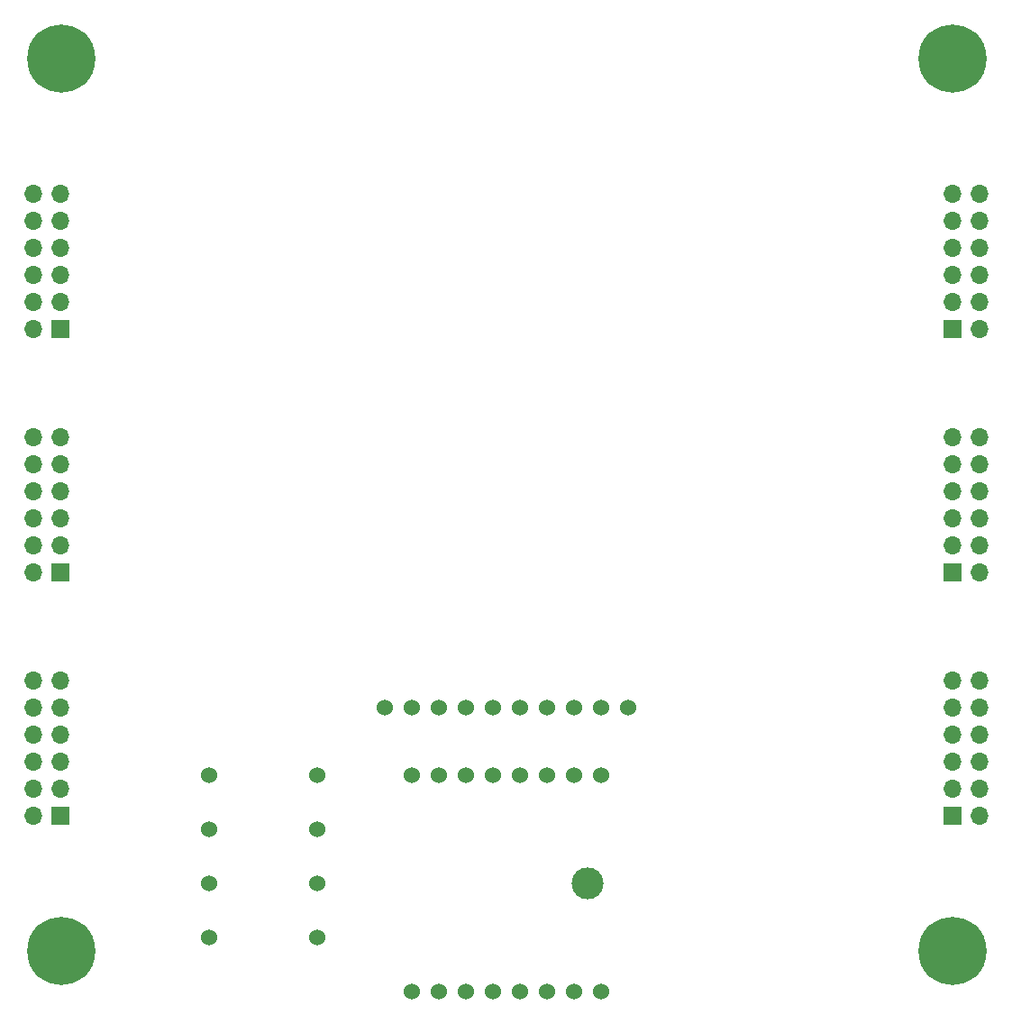
<source format=gbr>
%TF.GenerationSoftware,KiCad,Pcbnew,5.1.10*%
%TF.CreationDate,2021-12-30T18:00:27+01:00*%
%TF.ProjectId,keypad_board,6b657970-6164-45f6-926f-6172642e6b69,rev?*%
%TF.SameCoordinates,Original*%
%TF.FileFunction,Soldermask,Bot*%
%TF.FilePolarity,Negative*%
%FSLAX46Y46*%
G04 Gerber Fmt 4.6, Leading zero omitted, Abs format (unit mm)*
G04 Created by KiCad (PCBNEW 5.1.10) date 2021-12-30 18:00:27*
%MOMM*%
%LPD*%
G01*
G04 APERTURE LIST*
%ADD10C,1.524000*%
%ADD11C,3.000000*%
%ADD12C,0.800000*%
%ADD13C,6.400000*%
%ADD14O,1.700000X1.700000*%
%ADD15R,1.700000X1.700000*%
G04 APERTURE END LIST*
D10*
%TO.C,R4*%
X77470000Y-130810000D03*
X87630000Y-130810000D03*
%TD*%
%TO.C,R3*%
X87630000Y-125730000D03*
X77470000Y-125730000D03*
%TD*%
%TO.C,R2*%
X87630000Y-120650000D03*
X77470000Y-120650000D03*
%TD*%
%TO.C,R1*%
X87630000Y-115570000D03*
X77470000Y-115570000D03*
%TD*%
%TO.C,U3*%
X116840000Y-109220000D03*
X93980000Y-109220000D03*
X114300000Y-109220000D03*
X96520000Y-109220000D03*
X111760000Y-109220000D03*
X99060000Y-109220000D03*
X109220000Y-109220000D03*
X101600000Y-109220000D03*
X106680000Y-109220000D03*
X104140000Y-109220000D03*
%TD*%
D11*
%TO.C,U1*%
X113030000Y-125730000D03*
D10*
X96520000Y-115570000D03*
X99060000Y-115570000D03*
X101600000Y-115570000D03*
X104140000Y-115570000D03*
X106680000Y-115570000D03*
X109220000Y-115570000D03*
X111760000Y-115570000D03*
X114300000Y-115570000D03*
X114300000Y-135890000D03*
X111760000Y-135890000D03*
X109220000Y-135890000D03*
X106680000Y-135890000D03*
X104140000Y-135890000D03*
X101600000Y-135890000D03*
X99060000Y-135890000D03*
X96520000Y-135890000D03*
%TD*%
D12*
%TO.C,H4*%
X149017056Y-130382944D03*
X147320000Y-129680000D03*
X145622944Y-130382944D03*
X144920000Y-132080000D03*
X145622944Y-133777056D03*
X147320000Y-134480000D03*
X149017056Y-133777056D03*
X149720000Y-132080000D03*
D13*
X147320000Y-132080000D03*
%TD*%
D12*
%TO.C,H3*%
X149017056Y-46562944D03*
X147320000Y-45860000D03*
X145622944Y-46562944D03*
X144920000Y-48260000D03*
X145622944Y-49957056D03*
X147320000Y-50660000D03*
X149017056Y-49957056D03*
X149720000Y-48260000D03*
D13*
X147320000Y-48260000D03*
%TD*%
D12*
%TO.C,H2*%
X65337056Y-130382944D03*
X63640000Y-129680000D03*
X61942944Y-130382944D03*
X61240000Y-132080000D03*
X61942944Y-133777056D03*
X63640000Y-134480000D03*
X65337056Y-133777056D03*
X66040000Y-132080000D03*
D13*
X63640000Y-132080000D03*
%TD*%
D12*
%TO.C,H1*%
X65337056Y-46562944D03*
X63640000Y-45860000D03*
X61942944Y-46562944D03*
X61240000Y-48260000D03*
X61942944Y-49957056D03*
X63640000Y-50660000D03*
X65337056Y-49957056D03*
X66040000Y-48260000D03*
D13*
X63640000Y-48260000D03*
%TD*%
D14*
%TO.C,J9*%
X149860000Y-60960000D03*
X147320000Y-60960000D03*
X149860000Y-63500000D03*
X147320000Y-63500000D03*
X149860000Y-66040000D03*
X147320000Y-66040000D03*
X149860000Y-68580000D03*
X147320000Y-68580000D03*
X149860000Y-71120000D03*
X147320000Y-71120000D03*
X149860000Y-73660000D03*
D15*
X147320000Y-73660000D03*
%TD*%
D14*
%TO.C,J8*%
X149860000Y-83820000D03*
X147320000Y-83820000D03*
X149860000Y-86360000D03*
X147320000Y-86360000D03*
X149860000Y-88900000D03*
X147320000Y-88900000D03*
X149860000Y-91440000D03*
X147320000Y-91440000D03*
X149860000Y-93980000D03*
X147320000Y-93980000D03*
X149860000Y-96520000D03*
D15*
X147320000Y-96520000D03*
%TD*%
D14*
%TO.C,J7*%
X149860000Y-106680000D03*
X147320000Y-106680000D03*
X149860000Y-109220000D03*
X147320000Y-109220000D03*
X149860000Y-111760000D03*
X147320000Y-111760000D03*
X149860000Y-114300000D03*
X147320000Y-114300000D03*
X149860000Y-116840000D03*
X147320000Y-116840000D03*
X149860000Y-119380000D03*
D15*
X147320000Y-119380000D03*
%TD*%
D14*
%TO.C,J3*%
X60960000Y-60960000D03*
X63500000Y-60960000D03*
X60960000Y-63500000D03*
X63500000Y-63500000D03*
X60960000Y-66040000D03*
X63500000Y-66040000D03*
X60960000Y-68580000D03*
X63500000Y-68580000D03*
X60960000Y-71120000D03*
X63500000Y-71120000D03*
X60960000Y-73660000D03*
D15*
X63500000Y-73660000D03*
%TD*%
D14*
%TO.C,J2*%
X60960000Y-83820000D03*
X63500000Y-83820000D03*
X60960000Y-86360000D03*
X63500000Y-86360000D03*
X60960000Y-88900000D03*
X63500000Y-88900000D03*
X60960000Y-91440000D03*
X63500000Y-91440000D03*
X60960000Y-93980000D03*
X63500000Y-93980000D03*
X60960000Y-96520000D03*
D15*
X63500000Y-96520000D03*
%TD*%
D14*
%TO.C,J1*%
X60960000Y-106680000D03*
X63500000Y-106680000D03*
X60960000Y-109220000D03*
X63500000Y-109220000D03*
X60960000Y-111760000D03*
X63500000Y-111760000D03*
X60960000Y-114300000D03*
X63500000Y-114300000D03*
X60960000Y-116840000D03*
X63500000Y-116840000D03*
X60960000Y-119380000D03*
D15*
X63500000Y-119380000D03*
%TD*%
M02*

</source>
